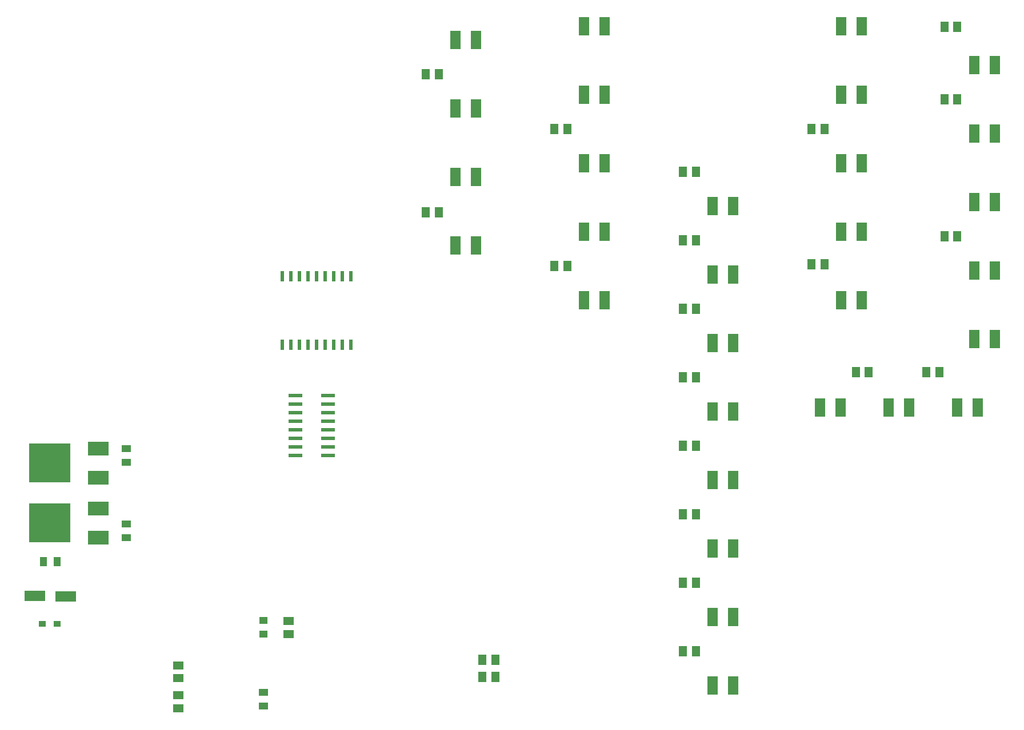
<source format=gbp>
G04 (created by PCBNEW-RS274X (2011-12-28 BZR 3254)-stable) date 7/17/2012 5:32:20 PM*
G01*
G70*
G90*
%MOIN*%
G04 Gerber Fmt 3.4, Leading zero omitted, Abs format*
%FSLAX34Y34*%
G04 APERTURE LIST*
%ADD10C,0.006000*%
%ADD11R,0.051200X0.059000*%
%ADD12R,0.040000X0.035000*%
%ADD13R,0.022000X0.060000*%
%ADD14R,0.080000X0.024000*%
%ADD15R,0.059000X0.051200*%
%ADD16R,0.120000X0.064000*%
%ADD17R,0.056000X0.042000*%
%ADD18R,0.042000X0.056000*%
%ADD19R,0.244000X0.228000*%
%ADD20R,0.120000X0.080000*%
%ADD21R,0.050000X0.040000*%
%ADD22R,0.060000X0.110000*%
G04 APERTURE END LIST*
G54D10*
G54D11*
X69925Y-31750D03*
X69175Y-31750D03*
X54675Y-48000D03*
X53925Y-48000D03*
X54675Y-28000D03*
X53925Y-28000D03*
X54675Y-32000D03*
X53925Y-32000D03*
X54675Y-36000D03*
X53925Y-36000D03*
X54675Y-40000D03*
X53925Y-40000D03*
X54675Y-44000D03*
X53925Y-44000D03*
X54675Y-52000D03*
X53925Y-52000D03*
X54675Y-56000D03*
X53925Y-56000D03*
X64000Y-39700D03*
X64750Y-39700D03*
X68875Y-39700D03*
X68125Y-39700D03*
X69925Y-23750D03*
X69175Y-23750D03*
X69925Y-19525D03*
X69175Y-19525D03*
X62175Y-33400D03*
X61425Y-33400D03*
X62175Y-25500D03*
X61425Y-25500D03*
X39675Y-22300D03*
X38925Y-22300D03*
X47175Y-33500D03*
X46425Y-33500D03*
X47175Y-25500D03*
X46425Y-25500D03*
X39675Y-30350D03*
X38925Y-30350D03*
G54D12*
X17400Y-54375D03*
X16550Y-54375D03*
G54D13*
X34560Y-38080D03*
X34060Y-38080D03*
X33560Y-38080D03*
X33060Y-38080D03*
X32560Y-38080D03*
X32060Y-38080D03*
X31560Y-38080D03*
X31060Y-38080D03*
X31060Y-34080D03*
X31560Y-34080D03*
X32060Y-34080D03*
X32560Y-34080D03*
X33060Y-34080D03*
X33560Y-34080D03*
X34060Y-34080D03*
X34560Y-34080D03*
X30560Y-38080D03*
X30560Y-34080D03*
G54D14*
X31300Y-44550D03*
X31300Y-44050D03*
X31300Y-43550D03*
X31300Y-43050D03*
X31300Y-42550D03*
X31300Y-42050D03*
X31300Y-41550D03*
X31300Y-41050D03*
X33200Y-41050D03*
X33200Y-41550D03*
X33200Y-42050D03*
X33200Y-42550D03*
X33200Y-43050D03*
X33200Y-43550D03*
X33200Y-44050D03*
X33200Y-44550D03*
G54D15*
X24480Y-56815D03*
X24480Y-57565D03*
X24480Y-58565D03*
X24480Y-59315D03*
X30925Y-54225D03*
X30925Y-54975D03*
G54D11*
X42225Y-56500D03*
X42975Y-56500D03*
X42225Y-57500D03*
X42975Y-57500D03*
G54D16*
X17900Y-52775D03*
X16100Y-52750D03*
G54D17*
X21440Y-44150D03*
X21440Y-44950D03*
X29450Y-58400D03*
X29450Y-59200D03*
X21440Y-49350D03*
X21440Y-48550D03*
G54D18*
X17400Y-50760D03*
X16600Y-50760D03*
G54D19*
X16975Y-48500D03*
G54D20*
X19800Y-49350D03*
X19800Y-47650D03*
G54D19*
X16975Y-45000D03*
G54D20*
X19800Y-45850D03*
X19800Y-44150D03*
G54D21*
X29450Y-55000D03*
X29450Y-54200D03*
G54D22*
X55650Y-30000D03*
X56850Y-30000D03*
X55650Y-34000D03*
X56850Y-34000D03*
X55650Y-38000D03*
X56850Y-38000D03*
X55650Y-42000D03*
X56850Y-42000D03*
X55650Y-46000D03*
X56850Y-46000D03*
X55650Y-50000D03*
X56850Y-50000D03*
X55650Y-54000D03*
X56850Y-54000D03*
X55650Y-58000D03*
X56850Y-58000D03*
X40650Y-20300D03*
X41850Y-20300D03*
X40650Y-24300D03*
X41850Y-24300D03*
X40650Y-28300D03*
X41850Y-28300D03*
X40650Y-32300D03*
X41850Y-32300D03*
X48150Y-23500D03*
X49350Y-23500D03*
X48150Y-27500D03*
X49350Y-27500D03*
X48150Y-31500D03*
X49350Y-31500D03*
X48150Y-35500D03*
X49350Y-35500D03*
X63150Y-23500D03*
X64350Y-23500D03*
X63150Y-27500D03*
X64350Y-27500D03*
X63150Y-31500D03*
X64350Y-31500D03*
X63150Y-35500D03*
X64350Y-35500D03*
X48150Y-19500D03*
X49350Y-19500D03*
X64350Y-19500D03*
X63150Y-19500D03*
X70900Y-21750D03*
X72100Y-21750D03*
X70900Y-25750D03*
X72100Y-25750D03*
X70900Y-29750D03*
X72100Y-29750D03*
X70900Y-33750D03*
X72100Y-33750D03*
X70900Y-37750D03*
X72100Y-37750D03*
X69900Y-41750D03*
X71100Y-41750D03*
X65900Y-41750D03*
X67100Y-41750D03*
X61900Y-41750D03*
X63100Y-41750D03*
M02*

</source>
